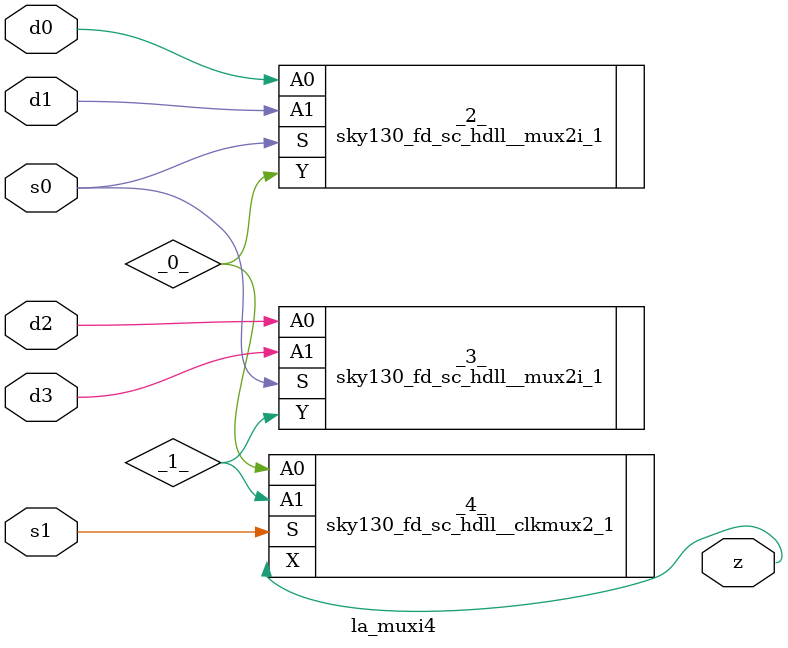
<source format=v>

/* Generated by Yosys 0.44 (git sha1 80ba43d26, g++ 11.4.0-1ubuntu1~22.04 -fPIC -O3) */

(* top =  1  *)
(* src = "generated" *)
module la_muxi4 (
    d0,
    d1,
    d2,
    d3,
    s0,
    s1,
    z
);
  wire _0_;
  wire _1_;
  (* src = "generated" *)
  input d0;
  wire d0;
  (* src = "generated" *)
  input d1;
  wire d1;
  (* src = "generated" *)
  input d2;
  wire d2;
  (* src = "generated" *)
  input d3;
  wire d3;
  (* src = "generated" *)
  input s0;
  wire s0;
  (* src = "generated" *)
  input s1;
  wire s1;
  (* src = "generated" *)
  output z;
  wire z;
  sky130_fd_sc_hdll__mux2i_1 _2_ (
      .A0(d0),
      .A1(d1),
      .S (s0),
      .Y (_0_)
  );
  sky130_fd_sc_hdll__mux2i_1 _3_ (
      .A0(d2),
      .A1(d3),
      .S (s0),
      .Y (_1_)
  );
  sky130_fd_sc_hdll__clkmux2_1 _4_ (
      .A0(_0_),
      .A1(_1_),
      .S (s1),
      .X (z)
  );
endmodule

</source>
